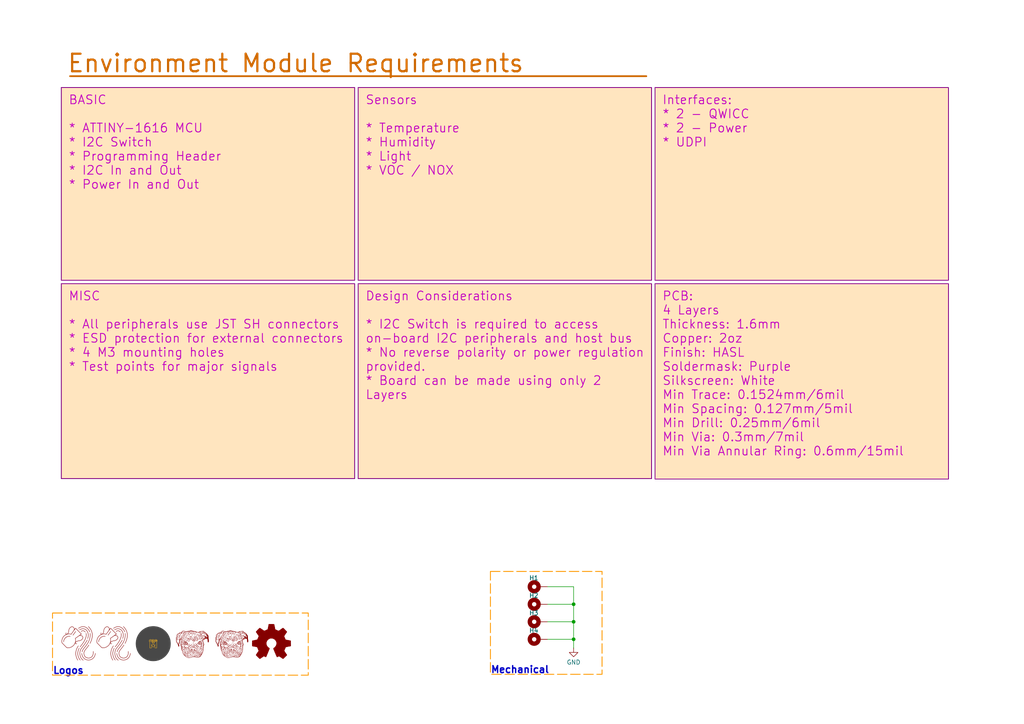
<source format=kicad_sch>
(kicad_sch (version 20250114) (generator "eeschema") (generator_version "9.0")
  (paper "A4")
  (title_block (title "Environment Module") (date "<<release-date>>") (rev "<<tag>>") (comment 1 "<<hash>>"))
  (lib_symbols
    (symbol "CRGM Logos:Aquarius Logo")
    (symbol "CRGM Logos:CRGM Logo")
    (symbol "CRGM Logos:Roxy Logo" (in_bom no))
    (symbol "CRGM Mechanical:MountingHole_Pad" (pin_numbers (hide yes)) (pin_names (offset 1.016) (hide yes)) (in_bom no)
      (symbol "MountingHole_Pad_1_1"
        (pin passive line (at 0 -2.54 90) (length 2.54) (name "1") (number "1"))
      )
    )
    (symbol "Graphic:Logo_Open_Hardware_Small" (in_bom no) (on_board no))
    (symbol "power:GND" (power) (pin_numbers (hide yes)) (pin_names (offset 0) (hide yes))
      (property "Value" "GND" (at 0 -3.81 0))
      (symbol "GND_1_1"
        (pin power_in line (at 0 0 270) (length 0) (name "~") (number "1"))
      )
    )
  )
  (rectangle (start 142.24 165.735) (end 174.625 195.58) (stroke (width 0.254) (type dash) (color 255 153 0 1)))
  (rectangle (start 15.24 177.8) (end 89.408 195.834) (stroke (width 0.254) (type dash) (color 255 153 0 1)))
  (text "Logos" (at 15.24 195.834 0) (effects (font (size 2 2) (thickness 0.4) (bold yes)) (justify left bottom)))
  (text "Environment Module Requirements" (at 19.304 15.621 0) (effects (font (size 5.08 5.08) (thickness 0.635) (bold yes)) (justify left top)))
  (text "Mechanical" (at 142.24 195.58 0) (effects (font (size 2 2) (thickness 0.4) (bold yes)) (justify left bottom)))
  (text_box "Interfaces:\n* 2 - QWICC\n* 2 - Power\n* UDPI" (exclude_from_sim yes) (at 189.992 25.4 0) (size 85.09 55.88) (margins 2.032 2.032 2.032 2.032) (stroke (width 0.254) (color 132 0 132 1)) (fill (type color) (color 255 229 191 1)) (effects (font (size 2.54 2.54) (thickness 0.254) (bold yes)) (justify left top)))
  (text_box "PCB:\n4 Layers\nThickness: 1.6mm\nCopper: 2oz\nFinish: HASL\nSoldermask: Purple\nSilkscreen: White\nMin Trace: 0.1524mm/6mil\nMin Spacing: 0.127mm/5mil\nMin Drill: 0.25mm/6mil\nMin Via: 0.3mm/7mil\nMin Via Annular Ring: 0.6mm/15mil\n\n" (exclude_from_sim yes) (at 189.992 82.296 0) (size 85.09 56.642) (margins 2.032 2.032 2.032 2.032) (stroke (width 0.254) (color 132 0 132 1)) (fill (type color) (color 255 229 191 1)) (effects (font (size 2.54 2.54) (thickness 0.254) (bold yes)) (justify left top)))
  (text_box "BASIC\n\n* ATTINY-1616 MCU\n* I2C Switch\n* Programming Header\n* I2C In and Out\n* Power In and Out\n\n" (exclude_from_sim yes) (at 17.78 25.4 0) (size 85.09 55.88) (margins 2.032 2.032 2.032 2.032) (stroke (width 0.254) (color 132 0 132 1)) (fill (type color) (color 255 229 191 1)) (effects (font (size 2.54 2.54) (thickness 0.254) (bold yes)) (justify left top)))
  (text_box "MISC\n\n* All peripherals use JST SH connectors\n* ESD protection for external connectors\n* 4 M3 mounting holes\n* Test points for major signals" (exclude_from_sim yes) (at 17.78 82.296 0) (size 85.09 56.515) (margins 2.032 2.032 2.032 2.032) (stroke (width 0.254) (color 132 0 132 1)) (fill (type color) (color 255 229 191 1)) (effects (font (size 2.54 2.54) (thickness 0.254) (bold yes)) (justify left top)))
  (text_box "Sensors\n\n* Temperature\n* Humidity\n* Light\n* VOC / NOX\n" (exclude_from_sim yes) (at 103.886 25.4 0) (size 85.09 55.88) (margins 2.032 2.032 2.032 2.032) (stroke (width 0.254) (color 132 0 132 1)) (fill (type color) (color 255 229 191 1)) (effects (font (size 2.54 2.54) (thickness 0.254) (bold yes)) (justify left top)))
  (text_box "Design Considerations\n\n* I2C Switch is required to access on-board I2C peripherals and host bus\n* No reverse polarity or power regulation provided.\n* Board can be made using only 2 Layers " (exclude_from_sim yes) (at 103.886 82.296 0) (size 85.09 56.515) (margins 2.032 2.032 2.032 2.032) (stroke (width 0.254) (color 132 0 132 1)) (fill (type color) (color 255 229 191 1)) (effects (font (size 2.54 2.54) (thickness 0.254) (bold yes)) (justify left top)))
  (junction (at 166.37 175.26))
  (junction (at 166.37 185.42))
  (junction (at 166.37 180.34))
  (wire (pts (xy 158.75 175.26) (xy 166.37 175.26)))
  (wire (pts (xy 166.37 170.18) (xy 166.37 175.26)))
  (wire (pts (xy 158.75 180.34) (xy 166.37 180.34)))
  (wire (pts (xy 166.37 185.42) (xy 166.37 187.96)))
  (wire (pts (xy 158.75 185.42) (xy 166.37 185.42)))
  (wire (pts (xy 166.37 175.26) (xy 166.37 180.34)))
  (wire (pts (xy 166.37 180.34) (xy 166.37 185.42)))
  (polyline (pts (xy 20.32 22.098) (xy 187.452 22.098)) (stroke (width 0.508) (color 204 102 0 1)))
  (wire (pts (xy 158.75 170.18) (xy 166.37 170.18)))
  (symbol (lib_id "CRGM Logos:Aquarius Logo") (at 22.86 186.69 0) (unit 1) (in_bom no)
    (property "Reference" "LOGO1" (effects (hide yes)))
    (property "Footprint" "CRGM Logos:Aquarius Logo 5mm" (effects (hide yes)))
  )
  (symbol (lib_id "Graphic:Logo_Open_Hardware_Small") (at 78.74 186.69 0) (unit 1) (in_bom no)
    (property "Reference" "LOGO6" (effects (hide yes)))
    (property "Footprint" "Symbol:OSHW-Logo_5.7x6mm_SilkScreen" (effects (hide yes)))
    (property "Description" "Open Hardware logo, small" (effects (hide yes)))
  )
  (symbol (lib_id "CRGM Logos:Roxy Logo") (at 67.31 186.69 0) (unit 1) (in_bom no)
    (property "Reference" "LOGO5" (effects (hide yes)))
    (property "Footprint" "CRGM Logos:Roxy 3.5mm" (effects (hide yes)))
  )
  (symbol (lib_id "CRGM Mechanical:MountingHole_Pad") (at 156.21 175.26 90) (unit 1) (in_bom no)
    (property "Reference" "H2" (at 156.21 172.72 90) (effects (justify left)))
    (property "Footprint" "CRGM Mechanical:MountingHole_3.2mm_M3_Pad_Via" (effects (hide yes)))
    (property "Description" "Mounting Hole with connection" (effects (hide yes)))
  )
  (symbol (lib_id "CRGM Logos:CRGM Logo") (at 44.45 186.69 0) (unit 1) (in_bom no)
    (property "Reference" "LOGO3" (effects (hide yes)))
    (property "Footprint" "CRGM Logos:CRGM Logo 7mm" (effects (hide yes)))
  )
  (symbol (lib_id "CRGM Mechanical:MountingHole_Pad") (at 156.21 185.42 90) (unit 1) (in_bom no)
    (property "Reference" "H4" (at 156.21 182.88 90) (effects (justify left)))
    (property "Footprint" "CRGM Mechanical:MountingHole_3.2mm_M3_Pad_Via" (effects (hide yes)))
    (property "Description" "Mounting Hole with connection" (effects (hide yes)))
  )
  (symbol (lib_id "CRGM Mechanical:MountingHole_Pad") (at 156.21 170.18 90) (unit 1) (in_bom no)
    (property "Reference" "H1" (at 156.21 167.64 90) (effects (justify left)))
    (property "Footprint" "CRGM Mechanical:MountingHole_3.2mm_M3_Pad_Via" (effects (hide yes)))
    (property "Description" "Mounting Hole with connection" (effects (hide yes)))
  )
  (symbol (lib_id "power:GND") (at 166.37 187.96 0) (unit 1)
    (property "Reference" "#PWR068" (effects (hide yes)))
    (property "Value" "GND" (at 166.37 192.0931 0))
    (property "Description" "Power symbol creates a global label with name \"GND\" , ground" (effects (hide yes)))
  )
  (symbol (lib_id "CRGM Logos:Roxy Logo") (at 55.88 186.69 0) (unit 1) (in_bom no)
    (property "Reference" "LOGO4" (effects (hide yes)))
    (property "Footprint" "CRGM Logos:Roxy 6.5mm" (effects (hide yes)))
  )
  (symbol (lib_id "CRGM Logos:Aquarius Logo") (at 33.02 186.69 0) (unit 1) (in_bom no)
    (property "Reference" "LOGO2" (effects (hide yes)))
    (property "Footprint" "CRGM Logos:Aquarius Logo 5mm" (effects (hide yes)))
  )
  (symbol (lib_id "CRGM Mechanical:MountingHole_Pad") (at 156.21 180.34 90) (unit 1) (in_bom no)
    (property "Reference" "H3" (at 156.21 177.8 90) (effects (justify left)))
    (property "Footprint" "CRGM Mechanical:MountingHole_3.2mm_M3_Pad_Via" (effects (hide yes)))
    (property "Description" "Mounting Hole with connection" (effects (hide yes)))
  )
)
</source>
